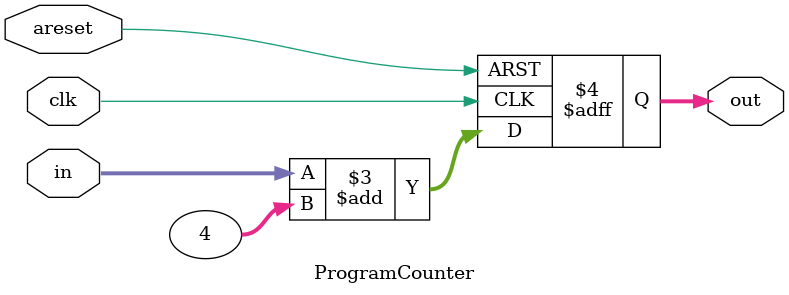
<source format=v>
module ProgramCounter(
input [31:0]in,
input clk,
input areset,
output reg[31:0] out

    );
    always @(posedge clk or negedge areset)
    begin
    if(!areset)
    out<=0;
    else
    out<=in+4;
    end
endmodule

</source>
